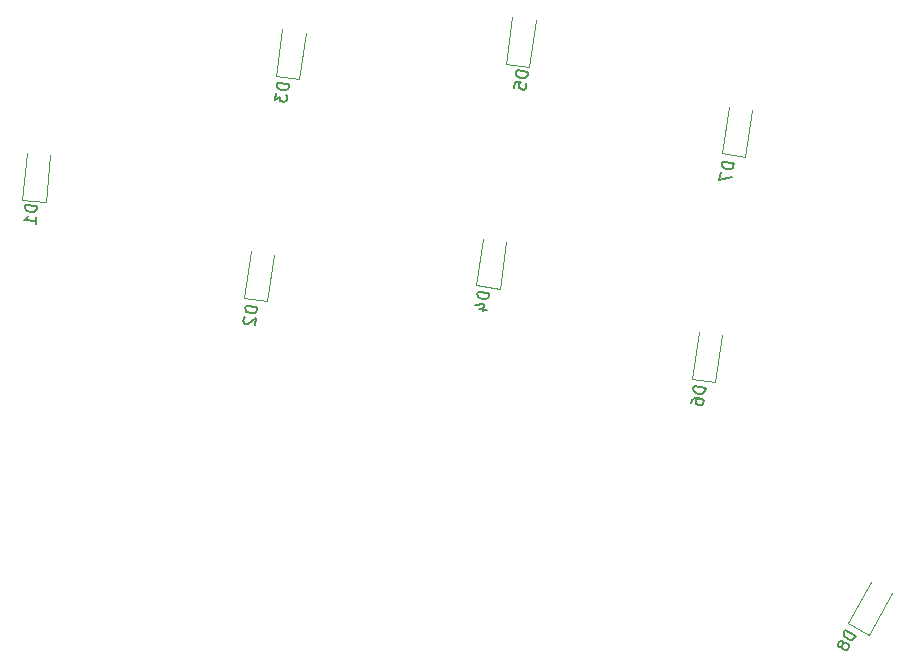
<source format=gbo>
%TF.GenerationSoftware,KiCad,Pcbnew,(7.0.0)*%
%TF.CreationDate,2023-03-16T17:08:34-03:00*%
%TF.ProjectId,TCC-PCB,5443432d-5043-4422-9e6b-696361645f70,rev?*%
%TF.SameCoordinates,Original*%
%TF.FileFunction,Legend,Bot*%
%TF.FilePolarity,Positive*%
%FSLAX46Y46*%
G04 Gerber Fmt 4.6, Leading zero omitted, Abs format (unit mm)*
G04 Created by KiCad (PCBNEW (7.0.0)) date 2023-03-16 17:08:34*
%MOMM*%
%LPD*%
G01*
G04 APERTURE LIST*
G04 Aperture macros list*
%AMRoundRect*
0 Rectangle with rounded corners*
0 $1 Rounding radius*
0 $2 $3 $4 $5 $6 $7 $8 $9 X,Y pos of 4 corners*
0 Add a 4 corners polygon primitive as box body*
4,1,4,$2,$3,$4,$5,$6,$7,$8,$9,$2,$3,0*
0 Add four circle primitives for the rounded corners*
1,1,$1+$1,$2,$3*
1,1,$1+$1,$4,$5*
1,1,$1+$1,$6,$7*
1,1,$1+$1,$8,$9*
0 Add four rect primitives between the rounded corners*
20,1,$1+$1,$2,$3,$4,$5,0*
20,1,$1+$1,$4,$5,$6,$7,0*
20,1,$1+$1,$6,$7,$8,$9,0*
20,1,$1+$1,$8,$9,$2,$3,0*%
%AMHorizOval*
0 Thick line with rounded ends*
0 $1 width*
0 $2 $3 position (X,Y) of the first rounded end (center of the circle)*
0 $4 $5 position (X,Y) of the second rounded end (center of the circle)*
0 Add line between two ends*
20,1,$1,$2,$3,$4,$5,0*
0 Add two circle primitives to create the rounded ends*
1,1,$1,$2,$3*
1,1,$1,$4,$5*%
%AMRotRect*
0 Rectangle, with rotation*
0 The origin of the aperture is its center*
0 $1 length*
0 $2 width*
0 $3 Rotation angle, in degrees counterclockwise*
0 Add horizontal line*
21,1,$1,$2,0,0,$3*%
G04 Aperture macros list end*
%ADD10C,0.150000*%
%ADD11C,0.120000*%
%ADD12HorizOval,1.700000X-0.103956X-0.489074X0.103956X0.489074X0*%
%ADD13C,1.750000*%
%ADD14C,3.000000*%
%ADD15C,3.987800*%
%ADD16RotRect,2.550000X2.500000X352.000000*%
%ADD17RotRect,2.550000X2.500000X333.000000*%
%ADD18RotRect,2.550000X2.500000X357.000000*%
%ADD19RoundRect,0.225000X0.218900X-0.378593X0.437065X0.014986X-0.218900X0.378593X-0.437065X-0.014986X0*%
%ADD20RoundRect,0.225000X0.340037X-0.275000X0.402664X0.170620X-0.340037X0.275000X-0.402664X-0.170620X0*%
%ADD21RoundRect,0.225000X0.353963X-0.256827X0.393183X0.191460X-0.353963X0.256827X-0.393183X-0.191460X0*%
G04 APERTURE END LIST*
D10*
%TO.C,D8*%
X184691661Y-125115771D02*
X183817041Y-124630961D01*
X183817041Y-124630961D02*
X183701610Y-124839204D01*
X183701610Y-124839204D02*
X183674000Y-124987236D01*
X183674000Y-124987236D02*
X183711125Y-125116706D01*
X183711125Y-125116706D02*
X183771336Y-125204526D01*
X183771336Y-125204526D02*
X183914844Y-125338520D01*
X183914844Y-125338520D02*
X184039789Y-125407778D01*
X184039789Y-125407778D02*
X184229470Y-125458474D01*
X184229470Y-125458474D02*
X184335853Y-125462998D01*
X184335853Y-125462998D02*
X184465323Y-125425873D01*
X184465323Y-125425873D02*
X184576230Y-125324014D01*
X184576230Y-125324014D02*
X184691661Y-125115771D01*
X183637810Y-125838302D02*
X183642334Y-125731919D01*
X183642334Y-125731919D02*
X183623771Y-125667184D01*
X183623771Y-125667184D02*
X183563560Y-125579363D01*
X183563560Y-125579363D02*
X183521912Y-125556277D01*
X183521912Y-125556277D02*
X183415528Y-125551754D01*
X183415528Y-125551754D02*
X183350794Y-125570316D01*
X183350794Y-125570316D02*
X183262973Y-125630527D01*
X183262973Y-125630527D02*
X183170628Y-125797121D01*
X183170628Y-125797121D02*
X183166104Y-125903504D01*
X183166104Y-125903504D02*
X183184667Y-125968239D01*
X183184667Y-125968239D02*
X183244878Y-126056060D01*
X183244878Y-126056060D02*
X183286526Y-126079146D01*
X183286526Y-126079146D02*
X183392909Y-126083670D01*
X183392909Y-126083670D02*
X183457644Y-126065108D01*
X183457644Y-126065108D02*
X183545465Y-126004897D01*
X183545465Y-126004897D02*
X183637810Y-125838302D01*
X183637810Y-125838302D02*
X183725631Y-125778091D01*
X183725631Y-125778091D02*
X183790365Y-125759529D01*
X183790365Y-125759529D02*
X183896749Y-125764053D01*
X183896749Y-125764053D02*
X184063343Y-125856398D01*
X184063343Y-125856398D02*
X184123554Y-125944218D01*
X184123554Y-125944218D02*
X184142116Y-126008953D01*
X184142116Y-126008953D02*
X184137592Y-126115336D01*
X184137592Y-126115336D02*
X184045248Y-126281931D01*
X184045248Y-126281931D02*
X183957427Y-126342142D01*
X183957427Y-126342142D02*
X183892692Y-126360704D01*
X183892692Y-126360704D02*
X183786309Y-126356180D01*
X183786309Y-126356180D02*
X183619715Y-126263836D01*
X183619715Y-126263836D02*
X183559504Y-126176015D01*
X183559504Y-126176015D02*
X183540941Y-126111280D01*
X183540941Y-126111280D02*
X183545465Y-126004897D01*
%TO.C,D7*%
X174354934Y-85129008D02*
X173364666Y-84989835D01*
X173364666Y-84989835D02*
X173331530Y-85225613D01*
X173331530Y-85225613D02*
X173358803Y-85373708D01*
X173358803Y-85373708D02*
X173439860Y-85481273D01*
X173439860Y-85481273D02*
X173527544Y-85541684D01*
X173527544Y-85541684D02*
X173709539Y-85615348D01*
X173709539Y-85615348D02*
X173851006Y-85635230D01*
X173851006Y-85635230D02*
X174046256Y-85614584D01*
X174046256Y-85614584D02*
X174147194Y-85580683D01*
X174147194Y-85580683D02*
X174254760Y-85499626D01*
X174254760Y-85499626D02*
X174321798Y-85364786D01*
X174321798Y-85364786D02*
X174354934Y-85129008D01*
X173238747Y-85885792D02*
X173145965Y-86545971D01*
X173145965Y-86545971D02*
X174195879Y-86260743D01*
%TO.C,D6*%
X171967462Y-104144902D02*
X170977194Y-104005729D01*
X170977194Y-104005729D02*
X170944058Y-104241507D01*
X170944058Y-104241507D02*
X170971331Y-104389602D01*
X170971331Y-104389602D02*
X171052388Y-104497167D01*
X171052388Y-104497167D02*
X171140072Y-104557578D01*
X171140072Y-104557578D02*
X171322067Y-104631242D01*
X171322067Y-104631242D02*
X171463534Y-104651124D01*
X171463534Y-104651124D02*
X171658784Y-104630478D01*
X171658784Y-104630478D02*
X171759722Y-104596577D01*
X171759722Y-104596577D02*
X171867288Y-104515520D01*
X171867288Y-104515520D02*
X171934326Y-104380680D01*
X171934326Y-104380680D02*
X171967462Y-104144902D01*
X170778375Y-105420398D02*
X170804884Y-105231775D01*
X170804884Y-105231775D02*
X170865295Y-105144091D01*
X170865295Y-105144091D02*
X170919078Y-105103563D01*
X170919078Y-105103563D02*
X171073799Y-105029134D01*
X171073799Y-105029134D02*
X171269049Y-105008487D01*
X171269049Y-105008487D02*
X171646294Y-105061506D01*
X171646294Y-105061506D02*
X171733978Y-105121916D01*
X171733978Y-105121916D02*
X171774506Y-105175699D01*
X171774506Y-105175699D02*
X171808407Y-105276637D01*
X171808407Y-105276637D02*
X171781898Y-105465260D01*
X171781898Y-105465260D02*
X171721488Y-105552944D01*
X171721488Y-105552944D02*
X171667705Y-105593472D01*
X171667705Y-105593472D02*
X171566766Y-105627373D01*
X171566766Y-105627373D02*
X171330988Y-105594237D01*
X171330988Y-105594237D02*
X171243304Y-105533826D01*
X171243304Y-105533826D02*
X171202776Y-105480044D01*
X171202776Y-105480044D02*
X171168875Y-105379105D01*
X171168875Y-105379105D02*
X171195384Y-105190483D01*
X171195384Y-105190483D02*
X171255794Y-105102799D01*
X171255794Y-105102799D02*
X171309577Y-105062270D01*
X171309577Y-105062270D02*
X171410516Y-105028369D01*
%TO.C,D1*%
X115384840Y-88749686D02*
X114388645Y-88662530D01*
X114388645Y-88662530D02*
X114367894Y-88899719D01*
X114367894Y-88899719D02*
X114402881Y-89046183D01*
X114402881Y-89046183D02*
X114489456Y-89149359D01*
X114489456Y-89149359D02*
X114580181Y-89205098D01*
X114580181Y-89205098D02*
X114765782Y-89269137D01*
X114765782Y-89269137D02*
X114908096Y-89281587D01*
X114908096Y-89281587D02*
X115101997Y-89250751D01*
X115101997Y-89250751D02*
X115201023Y-89211613D01*
X115201023Y-89211613D02*
X115304200Y-89125038D01*
X115304200Y-89125038D02*
X115364088Y-88986875D01*
X115364088Y-88986875D02*
X115384840Y-88749686D01*
X115252031Y-90267697D02*
X115301834Y-89698443D01*
X115276933Y-89983070D02*
X114280738Y-89895914D01*
X114280738Y-89895914D02*
X114431352Y-89813489D01*
X114431352Y-89813489D02*
X114534528Y-89726914D01*
X114534528Y-89726914D02*
X114590267Y-89636189D01*
%TO.C,D4*%
X153661611Y-96128650D02*
X152671343Y-95989477D01*
X152671343Y-95989477D02*
X152638207Y-96225255D01*
X152638207Y-96225255D02*
X152665480Y-96373350D01*
X152665480Y-96373350D02*
X152746537Y-96480915D01*
X152746537Y-96480915D02*
X152834221Y-96541326D01*
X152834221Y-96541326D02*
X153016216Y-96614990D01*
X153016216Y-96614990D02*
X153157683Y-96634872D01*
X153157683Y-96634872D02*
X153352933Y-96614226D01*
X153352933Y-96614226D02*
X153453871Y-96580325D01*
X153453871Y-96580325D02*
X153561437Y-96499268D01*
X153561437Y-96499268D02*
X153628475Y-96364428D01*
X153628475Y-96364428D02*
X153661611Y-96128650D01*
X152802614Y-97450537D02*
X153462792Y-97543319D01*
X152458505Y-97161741D02*
X153198976Y-97025372D01*
X153198976Y-97025372D02*
X153112821Y-97638395D01*
%TO.C,D2*%
X134017066Y-97330391D02*
X133026798Y-97191218D01*
X133026798Y-97191218D02*
X132993662Y-97426996D01*
X132993662Y-97426996D02*
X133020935Y-97575091D01*
X133020935Y-97575091D02*
X133101992Y-97682656D01*
X133101992Y-97682656D02*
X133189676Y-97743067D01*
X133189676Y-97743067D02*
X133371671Y-97816731D01*
X133371671Y-97816731D02*
X133513138Y-97836613D01*
X133513138Y-97836613D02*
X133708388Y-97815967D01*
X133708388Y-97815967D02*
X133809326Y-97782066D01*
X133809326Y-97782066D02*
X133916892Y-97701009D01*
X133916892Y-97701009D02*
X133983930Y-97566169D01*
X133983930Y-97566169D02*
X134017066Y-97330391D01*
X132988563Y-98147585D02*
X132934781Y-98188114D01*
X132934781Y-98188114D02*
X132874370Y-98275798D01*
X132874370Y-98275798D02*
X132841234Y-98511576D01*
X132841234Y-98511576D02*
X132875135Y-98612514D01*
X132875135Y-98612514D02*
X132915663Y-98666297D01*
X132915663Y-98666297D02*
X133003347Y-98726707D01*
X133003347Y-98726707D02*
X133097658Y-98739962D01*
X133097658Y-98739962D02*
X133245753Y-98712688D01*
X133245753Y-98712688D02*
X133891148Y-98226348D01*
X133891148Y-98226348D02*
X133804993Y-98839371D01*
%TO.C,D3*%
X136699262Y-78436723D02*
X135708994Y-78297550D01*
X135708994Y-78297550D02*
X135675858Y-78533328D01*
X135675858Y-78533328D02*
X135703131Y-78681423D01*
X135703131Y-78681423D02*
X135784188Y-78788988D01*
X135784188Y-78788988D02*
X135871872Y-78849399D01*
X135871872Y-78849399D02*
X136053867Y-78923063D01*
X136053867Y-78923063D02*
X136195334Y-78942945D01*
X136195334Y-78942945D02*
X136390584Y-78922299D01*
X136390584Y-78922299D02*
X136491522Y-78888398D01*
X136491522Y-78888398D02*
X136599088Y-78807341D01*
X136599088Y-78807341D02*
X136666126Y-78672501D01*
X136666126Y-78672501D02*
X136699262Y-78436723D01*
X135583075Y-79193507D02*
X135496921Y-79806530D01*
X135496921Y-79806530D02*
X135920557Y-79529459D01*
X135920557Y-79529459D02*
X135900675Y-79670926D01*
X135900675Y-79670926D02*
X135934576Y-79771865D01*
X135934576Y-79771865D02*
X135975104Y-79825647D01*
X135975104Y-79825647D02*
X136062788Y-79886058D01*
X136062788Y-79886058D02*
X136298566Y-79919194D01*
X136298566Y-79919194D02*
X136399505Y-79885293D01*
X136399505Y-79885293D02*
X136453288Y-79844765D01*
X136453288Y-79844765D02*
X136513698Y-79757081D01*
X136513698Y-79757081D02*
X136553462Y-79474147D01*
X136553462Y-79474147D02*
X136519561Y-79373209D01*
X136519561Y-79373209D02*
X136479032Y-79319426D01*
%TO.C,D5*%
X156959931Y-77407721D02*
X155969663Y-77268548D01*
X155969663Y-77268548D02*
X155936527Y-77504326D01*
X155936527Y-77504326D02*
X155963800Y-77652421D01*
X155963800Y-77652421D02*
X156044857Y-77759986D01*
X156044857Y-77759986D02*
X156132541Y-77820397D01*
X156132541Y-77820397D02*
X156314536Y-77894061D01*
X156314536Y-77894061D02*
X156456003Y-77913943D01*
X156456003Y-77913943D02*
X156651253Y-77893297D01*
X156651253Y-77893297D02*
X156752191Y-77859396D01*
X156752191Y-77859396D02*
X156859757Y-77778339D01*
X156859757Y-77778339D02*
X156926795Y-77643499D01*
X156926795Y-77643499D02*
X156959931Y-77407721D01*
X155764217Y-78730373D02*
X155830490Y-78258816D01*
X155830490Y-78258816D02*
X156308673Y-78277934D01*
X156308673Y-78277934D02*
X156254890Y-78318462D01*
X156254890Y-78318462D02*
X156194480Y-78406146D01*
X156194480Y-78406146D02*
X156161344Y-78641924D01*
X156161344Y-78641924D02*
X156195245Y-78742863D01*
X156195245Y-78742863D02*
X156235773Y-78796645D01*
X156235773Y-78796645D02*
X156323457Y-78857056D01*
X156323457Y-78857056D02*
X156559235Y-78890192D01*
X156559235Y-78890192D02*
X156660174Y-78856291D01*
X156660174Y-78856291D02*
X156713957Y-78815763D01*
X156713957Y-78815763D02*
X156774367Y-78728079D01*
X156774367Y-78728079D02*
X156807503Y-78492301D01*
X156807503Y-78492301D02*
X156773602Y-78391362D01*
X156773602Y-78391362D02*
X156733074Y-78337579D01*
D11*
%TO.C,D8*%
X184041230Y-124081793D02*
X185985316Y-120574568D01*
X185790469Y-125051412D02*
X184041230Y-124081793D01*
X185790469Y-125051412D02*
X187734556Y-121544187D01*
%TO.C,D7*%
X173371283Y-84304172D02*
X173929368Y-80333197D01*
X175351820Y-84582518D02*
X173371283Y-84304172D01*
X175351820Y-84582518D02*
X175909904Y-80611543D01*
%TO.C,D6*%
X170831283Y-103380360D02*
X171389368Y-99409385D01*
X172811820Y-103658706D02*
X170831283Y-103380360D01*
X172811820Y-103658706D02*
X173369904Y-99687731D01*
%TO.C,D1*%
X114138118Y-88227796D02*
X114487612Y-84233055D01*
X116130507Y-88402107D02*
X114138118Y-88227796D01*
X116130507Y-88402107D02*
X116480002Y-84407366D01*
%TO.C,D4*%
X152571647Y-95474302D02*
X153129732Y-91503327D01*
X154552184Y-95752648D02*
X152571647Y-95474302D01*
X154552184Y-95752648D02*
X155110268Y-91781673D01*
%TO.C,D2*%
X132891283Y-96550360D02*
X133449368Y-92579385D01*
X134871820Y-96828706D02*
X132891283Y-96550360D01*
X134871820Y-96828706D02*
X135429904Y-92857731D01*
%TO.C,D3*%
X135580919Y-77756418D02*
X136139004Y-73785443D01*
X137561456Y-78034764D02*
X135580919Y-77756418D01*
X137561456Y-78034764D02*
X138119540Y-74063789D01*
%TO.C,D5*%
X155051283Y-76690360D02*
X155609368Y-72719385D01*
X157031820Y-76968706D02*
X155051283Y-76690360D01*
X157031820Y-76968706D02*
X157589904Y-72997731D01*
%TD*%
%LPC*%
D12*
%TO.C,USB1*%
X189315602Y-72370835D03*
X182175124Y-70853079D03*
X188379999Y-76772499D03*
X181239522Y-75254744D03*
%TD*%
D13*
%TO.C,MX5*%
X143004442Y-72775631D03*
D14*
X144615582Y-70437100D03*
D15*
X148035004Y-73482630D03*
D14*
X151257284Y-68805568D03*
D13*
X153065566Y-74189629D03*
D16*
X141372453Y-69981307D03*
X154527148Y-69265116D03*
%TD*%
D13*
%TO.C,MX4*%
X140459405Y-91580558D03*
D14*
X142070545Y-89242027D03*
D15*
X145489967Y-92287557D03*
D14*
X148712247Y-87610495D03*
D13*
X150520529Y-92994556D03*
D16*
X138827416Y-88786234D03*
X151982111Y-88070043D03*
%TD*%
D13*
%TO.C,MX8*%
X174083784Y-116259811D03*
D14*
X176368498Y-114573223D03*
D15*
X178610097Y-118566083D03*
D14*
X183179525Y-115192906D03*
D13*
X183136410Y-120872355D03*
D17*
X173450451Y-113086403D03*
X186121628Y-116691981D03*
%TD*%
D13*
%TO.C,MX6*%
X158718797Y-99054704D03*
D14*
X160329937Y-96716173D03*
D15*
X163749359Y-99761703D03*
D14*
X166971639Y-95084641D03*
D13*
X168779921Y-100468702D03*
D16*
X157086808Y-96260380D03*
X170241503Y-95544189D03*
%TD*%
D13*
%TO.C,MX1*%
X102031262Y-85279120D03*
D14*
X103432455Y-82809068D03*
D15*
X107104300Y-85544987D03*
D14*
X109906686Y-80604882D03*
D13*
X112177338Y-85810854D03*
D18*
X100161942Y-82637667D03*
X113204159Y-80777695D03*
%TD*%
D13*
%TO.C,MX3*%
X123671798Y-73648751D03*
D14*
X125282938Y-71310220D03*
D15*
X128702360Y-74355750D03*
D14*
X131924640Y-69678688D03*
D13*
X133732922Y-75062749D03*
D16*
X122039809Y-70854427D03*
X135194504Y-70138236D03*
%TD*%
D13*
%TO.C,MX2*%
X121003974Y-92497075D03*
D14*
X122615114Y-90158544D03*
D15*
X126034536Y-93204074D03*
D14*
X129256816Y-88527012D03*
D13*
X131065098Y-93911073D03*
D16*
X119371985Y-89702751D03*
X132526680Y-88986560D03*
%TD*%
D13*
%TO.C,MX7*%
X161349438Y-80245501D03*
D14*
X162960578Y-77906970D03*
D15*
X166380000Y-80952500D03*
D14*
X169602280Y-76275438D03*
D13*
X171410562Y-81659499D03*
D16*
X159717449Y-77451177D03*
X172872144Y-76734986D03*
%TD*%
D19*
%TO.C,D8*%
X185260064Y-123945623D03*
X186859936Y-121059377D03*
%TD*%
D20*
%TO.C,D7*%
X174460364Y-83740254D03*
X174919636Y-80472370D03*
%TD*%
%TO.C,D6*%
X171920364Y-102816442D03*
X172379636Y-99548558D03*
%TD*%
D21*
%TO.C,D1*%
X115196193Y-87607653D03*
X115483807Y-84320211D03*
%TD*%
D20*
%TO.C,D4*%
X153660728Y-94910384D03*
X154120000Y-91642500D03*
%TD*%
%TO.C,D2*%
X133980364Y-95986442D03*
X134439636Y-92718558D03*
%TD*%
%TO.C,D3*%
X136670000Y-77192500D03*
X137129272Y-73924616D03*
%TD*%
%TO.C,D5*%
X156140364Y-76126442D03*
X156599636Y-72858558D03*
%TD*%
M02*

</source>
